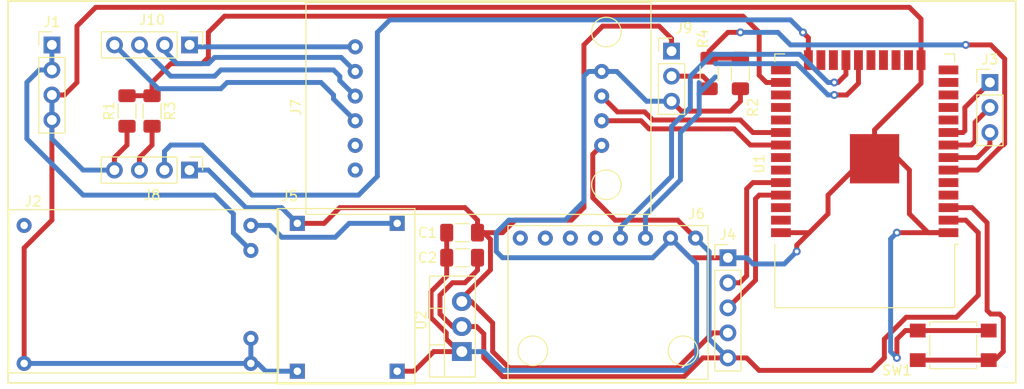
<source format=kicad_pcb>
(kicad_pcb (version 20211014) (generator pcbnew)
  (layers (0 "F.Cu" signal) (31 "B.Cu" signal) (34 "B.Paste" user) (35 "F.Paste" user) (36 "B.SilkS" user "B.Silkscreen") (37 "F.SilkS" user "F.Silkscreen") (38 "B.Mask" user) (39 "F.Mask" user) (44 "Edge.Cuts" user))
  (net 0 "")
  (net 1 "4056OUT-")
  (net 2 "US_ECHO")
  (net 3 "VEL_PULSE")
  (net 4 "Net-(J8-Pad3)")
  (net 5 "Net-(J9-Pad2)")
  (net 6 "3.3Reg")
  (net 18 "MPU_SCL")
  (net 19 "MPU_SDA")
  (net 22 "US_TRIGGER")
  (net 27 "LC_SCK")
  (net 28 "LC_DT")
  (net 31 "Net-(J4-Pad3)")
  (net 34 "Boost5V")
  (net 35 "LC_E+")
  (net 36 "LC_E-")
  (net 37 "LC_A+")
  (net 38 "LC_A-")
  (net 39 "4056OUT+")
  (net 40 "USB+")
  (net 41 "Battery(+)")
  (net 42 "Net-(J3-Pad1)")
  (net 43 "Net-(U1-Pad8)")
  (net 44 "Net-(U1-Pad7)")
  (net 45 "Net-(U1-Pad34)")
  (net 46 "Net-(U1-Pad3)")
  (footprint "Connector_PinHeader_2.54mm:PinHeader_1x04_P2.54mm_Vertical" (layer "F.Cu") (at 71.12 125.73 -90)
    (fp_text reference "J10" (at -2.54 3.81 180) (layer "F.SilkS"))
    (fp_text value "LOADCELL")
    (fp_line (start -1.33 0) (end -1.33 -1.33) (layer "F.SilkS") (width 0.12))
    (fp_line (start -1.33 1.27) (end 1.33 1.27) (layer "F.SilkS") (width 0.12))
    (fp_line (start -1.33 1.27) (end -1.33 8.95) (layer "F.SilkS") (width 0.12))
    (fp_line (start 1.33 1.27) (end 1.33 8.95) (layer "F.SilkS") (width 0.12))
    (fp_line (start -1.33 -1.33) (end 0 -1.33) (layer "F.SilkS") (width 0.12))
    (fp_line (start -1.33 8.95) (end 1.33 8.95) (layer "F.SilkS") (width 0.12))
    (pad "1" thru_hole rect (at 0 0 270) (size 1.7 1.7) (drill 1) (layers *.Cu *.Mask) (net 35 "LC_E+"))
    (pad "2" thru_hole oval (at 0 2.54 270) (size 1.7 1.7) (drill 1) (layers *.Cu *.Mask) (net 36 "LC_E-"))
    (pad "3" thru_hole oval (at 0 5.08 270) (size 1.7 1.7) (drill 1) (layers *.Cu *.Mask) (net 37 "LC_A+"))
    (pad "4" thru_hole oval (at 0 7.62 270) (size 1.7 1.7) (drill 1) (layers *.Cu *.Mask) (net 38 "LC_A-"))
  )
  (footprint "Connector_PinHeader_2.54mm:PinHeader_1x04_P2.54mm_Vertical" (layer "F.Cu") (at 71.11 138.43 -90)
    (fp_text reference "J8" (at 2.54 3.8 180) (layer "F.SilkS"))
    (fp_text value "HC-SR04")
    (fp_line (start -1.33 0) (end -1.33 -1.33) (layer "F.SilkS") (width 0.12))
    (fp_line (start -1.33 -1.33) (end 0 -1.33) (layer "F.SilkS") (width 0.12))
    (fp_line (start 1.33 1.27) (end 1.33 8.95) (layer "F.SilkS") (width 0.12))
    (fp_line (start -1.33 1.27) (end -1.33 8.95) (layer "F.SilkS") (width 0.12))
    (fp_line (start -1.33 1.27) (end 1.33 1.27) (layer "F.SilkS") (width 0.12))
    (fp_line (start -1.33 8.95) (end 1.33 8.95) (layer "F.SilkS") (width 0.12))
    (pad "1" thru_hole rect (at 0 0 270) (size 1.7 1.7) (drill 1) (layers *.Cu *.Mask) (net 34 "Boost5V"))
    (pad "2" thru_hole oval (at 0 2.54 270) (size 1.7 1.7) (drill 1) (layers *.Cu *.Mask) (net 22 "US_TRIGGER"))
    (pad "3" thru_hole oval (at 0 5.08 270) (size 1.7 1.7) (drill 1) (layers *.Cu *.Mask) (net 4 "Net-(J8-Pad3)"))
    (pad "4" thru_hole oval (at 0 7.62 270) (size 1.7 1.7) (drill 1) (layers *.Cu *.Mask) (net 1 "4056OUT-"))
  )
  (footprint "Connector_PinHeader_2.54mm:PinHeader_1x05_P2.54mm_Vertical" (layer "F.Cu") (at 125.73 147.325)
    (fp_text reference "J4" (at 0 -2.33) (layer "F.SilkS"))
    (fp_text value "UART2TTL Bridge")
    (fp_line (start 1.33 1.27) (end 1.33 11.49) (layer "F.SilkS") (width 0.12))
    (fp_line (start -1.33 1.27) (end 1.33 1.27) (layer "F.SilkS") (width 0.12))
    (fp_line (start -1.33 -1.33) (end 0 -1.33) (layer "F.SilkS") (width 0.12))
    (fp_line (start -1.33 0) (end -1.33 -1.33) (layer "F.SilkS") (width 0.12))
    (fp_line (start -1.33 11.49) (end 1.33 11.49) (layer "F.SilkS") (width 0.12))
    (fp_line (start -1.33 1.27) (end -1.33 11.49) (layer "F.SilkS") (width 0.12))
    (pad "1" thru_hole rect (at 0 0) (size 1.7 1.7) (drill 1) (layers *.Cu *.Mask) (net 1 "4056OUT-"))
    (pad "2" thru_hole oval (at 0 2.54) (size 1.7 1.7) (drill 1) (layers *.Cu *.Mask) (net 45 "Net-(U1-Pad34)"))
    (pad "3" thru_hole oval (at 0 5.08) (size 1.7 1.7) (drill 1) (layers *.Cu *.Mask) (net 31 "Net-(J4-Pad3)"))
    (pad "4" thru_hole oval (at 0 7.62) (size 1.7 1.7) (drill 1) (layers *.Cu *.Mask) (net 34 "Boost5V"))
    (pad "5" thru_hole oval (at 0 10.16) (size 1.7 1.7) (drill 1) (layers *.Cu *.Mask) (net 6 "3.3Reg"))
  )
  (footprint "Resistor_SMD:R_1206_3216Metric_Pad1.30x1.75mm_HandSolder" (layer "F.Cu") (at 127 128.625 90)
    (fp_text reference "R2" (at -3.455 1.27 90) (layer "F.SilkS"))
    (fp_text value "1k")
    (fp_line (start -0.727064 0.91) (end 0.727064 0.91) (layer "F.SilkS") (width 0.12))
    (fp_line (start -0.727064 -0.91) (end 0.727064 -0.91) (layer "F.SilkS") (width 0.12))
    (pad "1" smd roundrect (at -1.55 0 90) (size 1.3 1.75) (layers "F.Cu" "F.Paste" "F.Mask") (roundrect_rratio 0.1923076923) (net 1 "4056OUT-"))
    (pad "2" smd roundrect (at 1.55 0 90) (size 1.3 1.75) (layers "F.Cu" "F.Paste" "F.Mask") (roundrect_rratio 0.1923076923) (net 3 "VEL_PULSE"))
  )
  (footprint "Capacitor_SMD:C_1206_3216Metric_Pad1.33x1.80mm_HandSolder" (layer "F.Cu") (at 98.7675 147.32 180)
    (fp_text reference "C2" (at 3.5175 0) (layer "F.SilkS"))
    (fp_text value "CP1_Small")
    (fp_line (start -0.711252 0.91) (end 0.711252 0.91) (layer "F.SilkS") (width 0.12))
    (fp_line (start -0.711252 -0.91) (end 0.711252 -0.91) (layer "F.SilkS") (width 0.12))
    (pad "1" smd roundrect (at -1.5625 0 180) (size 1.325 1.8) (layers "F.Cu" "F.Paste" "F.Mask") (roundrect_rratio 0.1886792453) (net 6 "3.3Reg"))
    (pad "2" smd roundrect (at 1.5625 0 180) (size 1.325 1.8) (layers "F.Cu" "F.Paste" "F.Mask") (roundrect_rratio 0.1886792453) (net 1 "4056OUT-"))
  )
  (footprint "Miscelaneos:MPU 6050 Module" (layer "F.Cu") (at 123.72 144.06 -90)
    (fp_text reference "J6" (at -1.185 1.165 unlocked) (layer "F.SilkS"))
    (fp_text value "MPU6050")
    (fp_rect (start 0 0) (end 15.6 20.3) (layer "F.SilkS") (width 0.12) (fill none))
    (fp_circle (center 12.7 17.78) (end 14.2 17.78) (layer "F.SilkS") (width 0.12) (fill none))
    (fp_circle (center 12.7 2.54) (end 14.2 2.54) (layer "F.SilkS") (width 0.12) (fill none))
    (pad "1" thru_hole circle (at 1.27 1.27 270) (size 1.524 1.524) (drill 0.762) (layers *.Cu *.Mask) (net 6 "3.3Reg"))
    (pad "2" thru_hole circle (at 1.27 3.81 270) (size 1.524 1.524) (drill 0.762) (layers *.Cu *.Mask) (net 1 "4056OUT-"))
    (pad "3" thru_hole circle (at 1.27 6.35 270) (size 1.524 1.524) (drill 0.762) (layers *.Cu *.Mask) (net 18 "MPU_SCL"))
    (pad "4" thru_hole circle (at 1.27 8.89 270) (size 1.524 1.524) (drill 0.762) (layers *.Cu *.Mask) (net 19 "MPU_SDA"))
    (pad "5" thru_hole circle (at 1.27 11.43 270) (size 1.524 1.524) (drill 0.762) (layers *.Cu *.Mask))
    (pad "6" thru_hole circle (at 1.27 13.97 270) (size 1.524 1.524) (drill 0.762) (layers *.Cu *.Mask))
    (pad "7" thru_hole circle (at 1.27 16.51 270) (size 1.524 1.524) (drill 0.762) (layers *.Cu *.Mask))
    (pad "8" thru_hole circle (at 1.27 19.05 270) (size 1.524 1.524) (drill 0.762) (layers *.Cu *.Mask))
  )
  (footprint "Resistor_SMD:R_1206_3216Metric_Pad1.30x1.75mm_HandSolder" (layer "F.Cu") (at 123.825 128.625 -90)
    (fp_text reference "R4" (at -3.53 0.635 -90) (layer "F.SilkS"))
    (fp_text value "330")
    (fp_line (start -0.727064 0.91) (end 0.727064 0.91) (layer "F.SilkS") (width 0.12))
    (fp_line (start -0.727064 -0.91) (end 0.727064 -0.91) (layer "F.SilkS") (width 0.12))
    (pad "1" smd roundrect (at -1.55 0 270) (size 1.3 1.75) (layers "F.Cu" "F.Paste" "F.Mask") (roundrect_rratio 0.1923076923) (net 3 "VEL_PULSE"))
    (pad "2" smd roundrect (at 1.55 0 270) (size 1.3 1.75) (layers "F.Cu" "F.Paste" "F.Mask") (roundrect_rratio 0.1923076923) (net 5 "Net-(J9-Pad2)"))
  )
  (footprint "Button_Switch_SMD:SW_SPST_TL3305B" (layer "F.Cu") (at 148.59 156.21)
    (fp_text reference "SW1" (at -5.715 2.54) (layer "F.SilkS"))
    (fp_text value "SW_Enable")
    (fp_line (start 2.37 2.37) (end 2.37 1.97) (layer "F.SilkS") (width 0.12))
    (fp_line (start -2.37 2.37) (end 2.37 2.37) (layer "F.SilkS") (width 0.12))
    (fp_line (start -2.37 -2.37) (end 2.37 -2.37) (layer "F.SilkS") (width 0.12))
    (fp_line (start -2.37 -2.37) (end -2.37 -1.97) (layer "F.SilkS") (width 0.12))
    (fp_line (start -2.37 1.03) (end -2.37 -1.03) (layer "F.SilkS") (width 0.12))
    (fp_line (start 2.37 -2.37) (end 2.37 -1.97) (layer "F.SilkS") (width 0.12))
    (fp_line (start 2.37 1.03) (end 2.37 -1.03) (layer "F.SilkS") (width 0.12))
    (fp_line (start -2.37 2.37) (end -2.37 1.97) (layer "F.SilkS") (width 0.12))
    (pad "1" smd rect (at -3.6 -1.5) (size 1.6 1.4) (layers "F.Cu" "F.Paste" "F.Mask") (net 1 "4056OUT-"))
    (pad "1" smd rect (at 3.6 -1.5) (size 1.6 1.4) (layers "F.Cu" "F.Paste" "F.Mask") (net 1 "4056OUT-"))
    (pad "2" smd rect (at 3.6 1.5) (size 1.6 1.4) (layers "F.Cu" "F.Paste" "F.Mask") (net 46 "Net-(U1-Pad3)"))
    (pad "2" smd rect (at -3.6 1.5) (size 1.6 1.4) (layers "F.Cu" "F.Paste" "F.Mask") (net 46 "Net-(U1-Pad3)"))
  )
  (footprint "Connector_PinHeader_2.54mm:PinHeader_1x04_P2.54mm_Vertical" (layer "F.Cu") (at 57.15 125.73)
    (fp_text reference "J1" (at 0 -2.33) (layer "F.SilkS"))
    (fp_text value "Battery Pins")
    (fp_line (start -1.33 1.27) (end 1.33 1.27) (layer "F.SilkS") (width 0.12))
    (fp_line (start -1.33 8.95) (end 1.33 8.95) (layer "F.SilkS") (width 0.12))
    (fp_line (start -1.33 0) (end -1.33 -1.33) (layer "F.SilkS") (width 0.12))
    (fp_line (start -1.33 1.27) (end -1.33 8.95) (layer "F.SilkS") (width 0.12))
    (fp_line (start 1.33 1.27) (end 1.33 8.95) (layer "F.SilkS") (width 0.12))
    (fp_line (start -1.33 -1.33) (end 0 -1.33) (layer "F.SilkS") (width 0.12))
    (pad "1" thru_hole rect (at 0 0) (size 1.7 1.7) (drill 1) (layers *.Cu *.Mask) (net 41 "Battery(+)"))
    (pad "2" thru_hole oval (at 0 2.54) (size 1.7 1.7) (drill 1) (layers *.Cu *.Mask) (net 41 "Battery(+)"))
    (pad "3" thru_hole oval (at 0 5.08) (size 1.7 1.7) (drill 1) (layers *.Cu *.Mask) (net 1 "4056OUT-"))
    (pad "4" thru_hole oval (at 0 7.62) (size 1.7 1.7) (drill 1) (layers *.Cu *.Mask) (net 1 "4056OUT-"))
  )
  (footprint "Capacitor_SMD:C_1206_3216Metric_Pad1.33x1.80mm_HandSolder" (layer "F.Cu") (at 98.7675 144.78 180)
    (fp_text reference "C1" (at 3.5175 0) (layer "F.SilkS"))
    (fp_text value "CP1_Small")
    (fp_line (start -0.711252 -0.91) (end 0.711252 -0.91) (layer "F.SilkS") (width 0.12))
    (fp_line (start -0.711252 0.91) (end 0.711252 0.91) (layer "F.SilkS") (width 0.12))
    (pad "1" smd roundrect (at -1.5625 0 180) (size 1.325 1.8) (layers "F.Cu" "F.Paste" "F.Mask") (roundrect_rratio 0.1886792453) (net 34 "Boost5V"))
    (pad "2" smd roundrect (at 1.5625 0 180) (size 1.325 1.8) (layers "F.Cu" "F.Paste" "F.Mask") (roundrect_rratio 0.1886792453) (net 1 "4056OUT-"))
  )
  (footprint "RF_Module:ESP32-WROOM-32" (layer "F.Cu") (at 139.610244 136.525 180)
    (fp_text reference "U1" (at 10.705244 -1.27 90) (layer "F.SilkS"))
    (fp_text value "ESP32-WROOM-32")
    (fp_line (start -9.12 9.88) (end -8.12 9.88) (layer "F.SilkS") (width 0.12))
    (fp_line (start -9.12 -9.445) (end -9.5 -9.445) (layer "F.SilkS") (width 0.12))
    (fp_line (start 9.12 9.1) (end 9.12 9.88) (layer "F.SilkS") (width 0.12))
    (fp_line (start 9.12 9.88) (end 8.12 9.88) (layer "F.SilkS") (width 0.12))
    (fp_line (start -9.12 9.1) (end -9.12 9.88) (layer "F.SilkS") (width 0.12))
    (fp_line (start -9.12 -15.865) (end -9.12 -9.445) (layer "F.SilkS") (width 0.12))
    (fp_line (start -9.12 -15.865) (end 9.12 -15.865) (layer "F.SilkS") (width 0.12))
    (fp_line (start 9.12 -15.865) (end 9.12 -9.445) (layer "F.SilkS") (width 0.12))
    (pad "1" smd rect (at -8.5 -8.255 180) (size 2 0.9) (layers "F.Cu" "F.Paste" "F.Mask") (net 1 "4056OUT-"))
    (pad "2" smd rect (at -8.5 -6.985 180) (size 2 0.9) (layers "F.Cu" "F.Paste" "F.Mask") (net 6 "3.3Reg"))
    (pad "3" smd rect (at -8.5 -5.715 180) (size 2 0.9) (layers "F.Cu" "F.Paste" "F.Mask") (net 46 "Net-(U1-Pad3)"))
    (pad "4" smd rect (at -8.5 -4.445 180) (size 2 0.9) (layers "F.Cu" "F.Paste" "F.Mask"))
    (pad "5" smd rect (at -8.5 -3.175 180) (size 2 0.9) (layers "F.Cu" "F.Paste" "F.Mask"))
    (pad "6" smd rect (at -8.5 -1.905 180) (size 2 0.9) (layers "F.Cu" "F.Paste" "F.Mask") (net 3 "VEL_PULSE"))
    (pad "7" smd rect (at -8.5 -0.635 180) (size 2 0.9) (layers "F.Cu" "F.Paste" "F.Mask") (net 44 "Net-(U1-Pad7)"))
    (pad "8" smd rect (at -8.5 0.635 180) (size 2 0.9) (layers "F.Cu" "F.Paste" "F.Mask") (net 43 "Net-(U1-Pad8)"))
    (pad "9" smd rect (at -8.5 1.905 180) (size 2 0.9) (layers "F.Cu" "F.Paste" "F.Mask") (net 42 "Net-(J3-Pad1)"))
    (pad "10" smd rect (at -8.5 3.175 180) (size 2 0.9) (layers "F.Cu" "F.Paste" "F.Mask"))
    (pad "11" smd rect (at -8.5 4.445 180) (size 2 0.9) (layers "F.Cu" "F.Paste" "F.Mask"))
    (pad "12" smd rect (at -8.5 5.715 180) (size 2 0.9) (layers "F.Cu" "F.Paste" "F.Mask"))
    (pad "13" smd rect (at -8.5 6.985 180) (size 2 0.9) (layers "F.Cu" "F.Paste" "F.Mask"))
    (pad "14" smd rect (at -8.5 8.255 180) (size 2 0.9) (layers "F.Cu" "F.Paste" "F.Mask"))
    (pad "15" smd rect (at -5.715 9.255 270) (size 2 0.9) (layers "F.Cu" "F.Paste" "F.Mask") (net 1 "4056OUT-"))
    (pad "16" smd rect (at -4.445 9.255 270) (size 2 0.9) (layers "F.Cu" "F.Paste" "F.Mask"))
    (pad "17" smd rect (at -3.175 9.255 270) (size 2 0.9) (layers "F.Cu" "F.Paste" "F.Mask"))
    (pad "18" smd rect (at -1.905 9.255 270) (size 2 0.9) (layers "F.Cu" "F.Paste" "F.Mask"))
    (pad "19" smd rect (at -0.635 9.255 270) (size 2 0.9) (layers "F.Cu" "F.Paste" "F.Mask"))
    (pad "20" smd rect (at 0.635 9.255 270) (size 2 0.9) (layers "F.Cu" "F.Paste" "F.Mask") (net 18 "MPU_SCL"))
    (pad "21" smd rect (at 1.905 9.255 270) (size 2 0.9) (layers "F.Cu" "F.Paste" "F.Mask") (net 19 "MPU_SDA"))
    (pad "22" smd rect (at 3.175 9.255 270) (size 2 0.9) (layers "F.Cu" "F.Paste" "F.Mask"))
    (pad "23" smd rect (at 4.445 9.255 270) (size 2 0.9) (layers "F.Cu" "F.Paste" "F.Mask"))
    (pad "24" smd rect (at 5.715 9.255 270) (size 2 0.9) (layers "F.Cu" "F.Paste" "F.Mask") (net 22 "US_TRIGGER"))
    (pad "25" smd rect (at 8.5 8.255 180) (size 2 0.9) (layers "F.Cu" "F.Paste" "F.Mask"))
    (pad "26" smd rect (at 8.5 6.985 180) (size 2 0.9) (layers "F.Cu" "F.Paste" "F.Mask") (net 2 "US_ECHO"))
    (pad "27" smd rect (at 8.5 5.715 180) (size 2 0.9) (layers "F.Cu" "F.Paste" "F.Mask"))
    (pad "28" smd rect (at 8.5 4.445 180) (size 2 0.9) (layers "F.Cu" "F.Paste" "F.Mask"))
    (pad "29" smd rect (at 8.5 3.175 180) (size 2 0.9) (layers "F.Cu" "F.Paste" "F.Mask"))
    (pad "30" smd rect (at 8.5 1.905 180) (size 2 0.9) (layers "F.Cu" "F.Paste" "F.Mask") (net 28 "LC_DT"))
    (pad "31" smd rect (at 8.5 0.635 180) (size 2 0.9) (layers "F.Cu" "F.Paste" "F.Mask") (net 27 "LC_SCK"))
    (pad "32" smd rect (at 8.5 -0.635 180) (size 2 0.9) (layers "F.Cu" "F.Paste" "F.Mask"))
    (pad "33" smd rect (at 8.5 -1.905 180) (size 2 0.9) (layers "F.Cu" "F.Paste" "F.Mask"))
    (pad "34" smd rect (at 8.5 -3.175 180) (size 2 0.9) (layers "F.Cu" "F.Paste" "F.Mask") (net 45 "Net-(U1-Pad34)"))
    (pad "35" smd rect (at 8.5 -4.445 180) (size 2 0.9) (layers "F.Cu" "F.Paste" "F.Mask") (net 31 "Net-(J4-Pad3)"))
    (pad "36" smd rect (at 8.5 -5.715 180) (size 2 0.9) (layers "F.Cu" "F.Paste" "F.Mask"))
    (pad "37" smd rect (at 8.5 -6.985 180) (size 2 0.9) (layers "F.Cu" "F.Paste" "F.Mask"))
    (pad "38" smd rect (at 8.5 -8.255 180) (size 2 0.9) (layers "F.Cu" "F.Paste" "F.Mask") (net 1 "4056OUT-"))
    (pad "39" smd rect (at -1 -0.755 180) (size 5 5) (layers "F.Cu" "F.Paste" "F.Mask") (net 1 "4056OUT-"))
  )
  (footprint "Miscelaneos:HX711 Loadcell ADC" (layer "F.Cu") (at 82.925 121.425)
    (fp_text reference "J7" (at -1.01 10.655 90 unlocked) (layer "F.SilkS"))
    (fp_text value "HX711")
    (fp_rect (start 0 0) (end 35 21.5) (layer "F.SilkS") (width 0.12) (fill none))
    (fp_circle (center 30.48 3) (end 31.98 3) (layer "F.SilkS") (width 0.12) (fill none))
    (fp_circle (center 30.48 18.5) (end 31.98 18.5) (layer "F.SilkS") (width 0.12) (fill none))
    (pad "1" thru_hole circle (at 5 4.5) (size 1.524 1.524) (drill 0.762) (layers *.Cu *.Mask) (net 35 "LC_E+"))
    (pad "2" thru_hole circle (at 5 7) (size 1.524 1.524) (drill 0.762) (layers *.Cu *.Mask) (net 36 "LC_E-"))
    (pad "3" thru_hole circle (at 5 9.5) (size 1.524 1.524) (drill 0.762) (layers *.Cu *.Mask) (net 37 "LC_A+"))
    (pad "4" thru_hole circle (at 5 12) (size 1.524 1.524) (drill 0.762) (layers *.Cu *.Mask) (net 38 "LC_A-"))
    (pad "5" thru_hole circle (at 30 14.5) (size 1.524 1.524) (drill 0.762) (layers *.Cu *.Mask) (net 6 "3.3Reg"))
    (pad "6" thru_hole circle (at 30 7) (size 1.524 1.524) (drill 0.762) (layers *.Cu *.Mask) (net 1 "4056OUT-"))
    (pad "7" thru_hole circle (at 30 12) (size 1.524 1.524) (drill 0.762) (layers *.Cu *.Mask) (net 27 "LC_SCK"))
    (pad "8" thru_hole circle (at 30 9.5) (size 1.524 1.524) (drill 0.762) (layers *.Cu *.Mask) (net 28 "LC_DT"))
    (pad "x" thru_hole circle (at 5 14.5) (size 1.524 1.524) (drill 0.762) (layers *.Cu *.Mask))
    (pad "x" thru_hole circle (at 5 17) (size 1.524 1.524) (drill 0.762) (layers *.Cu *.Mask))
  )
  (footprint "Miscelaneos:5-12V BoostConverter" (layer "F.Cu") (at 93.98 142.335 -90)
    (fp_text reference "J5" (at -1.27 12.7 unlocked) (layer "F.SilkS"))
    (fp_text value "BoostConverter")
    (fp_rect (start 0 0) (end 17.78 13.97) (layer "F.SilkS") (width 0.12) (fill none))
    (pad "1" thru_hole rect (at 1.5 1.8 270) (size 1.524 1.524) (drill 0.762) (layers *.Cu *.Mask) (net 39 "4056OUT+"))
    (pad "2" thru_hole rect (at 16.5 1.8 270) (size 1.524 1.524) (drill 0.762) (layers *.Cu *.Mask) (net 1 "4056OUT-"))
    (pad "3" thru_hole rect (at 1.5 11.93 270) (size 1.524 1.524) (drill 0.762) (layers *.Cu *.Mask) (net 34 "Boost5V"))
    (pad "4" thru_hole rect (at 16.5 11.93 270) (size 1.524 1.524) (drill 0.762) (layers *.Cu *.Mask) (net 1 "4056OUT-"))
  )
  (footprint "Miscelaneos:18650 TP4056 Module" (layer "F.Cu") (at 52.135 137.725)
    (fp_text reference "J2" (at 3.11 3.88 unlocked) (layer "F.SilkS"))
    (fp_text value "TP4056 Module")
    (fp_rect (start 0.635 21.285) (end 28 4.72) (layer "F.SilkS") (width 0.12) (fill none))
    (pad "1" thru_hole circle (at 25.2 8.86) (size 1.524 1.524) (drill 0.762) (layers *.Cu *.Mask) (net 41 "Battery(+)"))
    (pad "2" thru_hole circle (at 25.2 17.78) (size 1.524 1.524) (drill 0.762) (layers *.Cu *.Mask) (net 1 "4056OUT-"))
    (pad "3" thru_hole circle (at 25.2 6.32) (size 1.524 1.524) (drill 0.762) (layers *.Cu *.Mask) (net 39 "4056OUT+"))
    (pad "4" thru_hole circle (at 2.2 6.32) (size 1.524 1.524) (drill 0.762) (layers *.Cu *.Mask) (net 40 "USB+"))
    (pad "5" thru_hole circle (at 25.2 20.32) (size 1.524 1.524) (drill 0.762) (layers *.Cu *.Mask) (net 1 "4056OUT-"))
    (pad "6" thru_hole circle (at 2.2 20.32) (size 1.524 1.524) (drill 0.762) (layers *.Cu *.Mask) (net 1 "4056OUT-"))
  )
  (footprint "Package_TO_SOT_THT:TO-220-3_Vertical" (layer "F.Cu") (at 98.735 156.845 90)
    (fp_text reference "U2" (at 3.175 -4.12 90) (layer "F.SilkS"))
    (fp_text value "LM1117-3.3")
    (fp_line (start -2.58 -3.27) (end 7.66 -3.27) (layer "F.SilkS") (width 0.12))
    (fp_line (start 0.69 -3.27) (end 0.69 -1.76) (layer "F.SilkS") (width 0.12))
    (fp_line (start -2.58 -1.76) (end 7.66 -1.76) (layer "F.SilkS") (width 0.12))
    (fp_line (start 7.66 -3.27) (end 7.66 1.371) (layer "F.SilkS") (width 0.12))
    (fp_line (start -2.58 -3.27) (end -2.58 1.371) (layer "F.SilkS") (width 0.12))
    (fp_line (start -2.58 1.371) (end 7.66 1.371) (layer "F.SilkS") (width 0.12))
    (fp_line (start 4.391 -3.27) (end 4.391 -1.76) (layer "F.SilkS") (width 0.12))
    (pad "1" thru_hole rect (at 0 0 90) (size 1.905 2) (drill 1.1) (layers *.Cu *.Mask) (net 1 "4056OUT-"))
    (pad "2" thru_hole oval (at 2.54 0 90) (size 1.905 2) (drill 1.1) (layers *.Cu *.Mask) (net 6 "3.3Reg"))
    (pad "3" thru_hole oval (at 5.08 0 90) (size 1.905 2) (drill 1.1) (layers *.Cu *.Mask) (net 34 "Boost5V"))
  )
  (footprint "Connector_PinHeader_2.54mm:PinHeader_1x03_P2.54mm_Vertical" (layer "F.Cu") (at 152.310244 129.54)
    (fp_text reference "J3" (at 0 -2.33) (layer "F.SilkS"))
    (fp_text value "Reserve IO's")
    (fp_line (start -1.33 0) (end -1.33 -1.33) (layer "F.SilkS") (width 0.12))
    (fp_line (start -1.33 -1.33) (end 0 -1.33) (layer "F.SilkS") (width 0.12))
    (fp_line (start -1.33 1.27) (end 1.33 1.27) (layer "F.SilkS") (width 0.12))
    (fp_line (start 1.33 1.27) (end 1.33 6.41) (layer "F.SilkS") (width 0.12))
    (fp_line (start -1.33 6.41) (end 1.33 6.41) (layer "F.SilkS") (width 0.12))
    (fp_line (start -1.33 1.27) (end -1.33 6.41) (layer "F.SilkS") (width 0.12))
    (pad "1" thru_hole rect (at 0 0) (size 1.7 1.7) (drill 1) (layers *.Cu *.Mask) (net 42 "Net-(J3-Pad1)"))
    (pad "2" thru_hole oval (at 0 2.54) (size 1.7 1.7) (drill 1) (layers *.Cu *.Mask) (net 43 "Net-(U1-Pad8)"))
    (pad "3" thru_hole oval (at 0 5.08) (size 1.7 1.7) (drill 1) (layers *.Cu *.Mask) (net 44 "Net-(U1-Pad7)"))
  )
  (footprint "Resistor_SMD:R_1206_3216Metric_Pad1.30x1.75mm_HandSolder" (layer "F.Cu") (at 64.77 132.435 90)
    (fp_text reference "R1" (at 0 -1.82 90) (layer "F.SilkS"))
    (fp_text value "1k")
    (fp_line (start -0.727064 0.91) (end 0.727064 0.91) (layer "F.SilkS") (width 0.12))
    (fp_line (start -0.727064 -0.91) (end 0.727064 -0.91) (layer "F.SilkS") (width 0.12))
    (pad "1" smd roundrect (at -1.55 0 90) (size 1.3 1.75) (layers "F.Cu" "F.Paste" "F.Mask") (roundrect_rratio 0.1923076923) (net 1 "4056OUT-"))
    (pad "2" smd roundrect (at 1.55 0 90) (size 1.3 1.75) (layers "F.Cu" "F.Paste" "F.Mask") (roundrect_rratio 0.1923076923) (net 2 "US_ECHO"))
  )
  (footprint "Connector_PinHeader_2.54mm:PinHeader_1x03_P2.54mm_Vertical" (layer "F.Cu") (at 120.015 126.365)
    (fp_text reference "J9" (at 1.27 -2.33) (layer "F.SilkS"))
    (fp_text value "FOTOELECTRIC_ENCODER")
    (fp_line (start -1.33 1.27) (end 1.33 1.27) (layer "F.SilkS") (width 0.12))
    (fp_line (start -1.33 0) (end -1.33 -1.33) (layer "F.SilkS") (width 0.12))
    (fp_line (start -1.33 1.27) (end -1.33 6.41) (layer "F.SilkS") (width 0.12))
    (fp_line (start -1.33 -1.33) (end 0 -1.33) (layer "F.SilkS") (width 0.12))
    (fp_line (start -1.33 6.41) (end 1.33 6.41) (layer "F.SilkS") (width 0.12))
    (fp_line (start 1.33 1.27) (end 1.33 6.41) (layer "F.SilkS") (width 0.12))
    (pad "1" thru_hole rect (at 0 0) (size 1.7 1.7) (drill 1) (layers *.Cu *.Mask) (net 34 "Boost5V"))
    (pad "2" thru_hole oval (at 0 2.54) (size 1.7 1.7) (drill 1) (layers *.Cu *.Mask) (net 5 "Net-(J9-Pad2)"))
    (pad "3" thru_hole oval (at 0 5.08) (size 1.7 1.7) (drill 1) (layers *.Cu *.Mask) (net 1 "4056OUT-"))
  )
  (footprint "Resistor_SMD:R_1206_3216Metric_Pad1.30x1.75mm_HandSolder" (layer "F.Cu") (at 67.31 132.435 -90)
    (fp_text reference "R3" (at 0 -1.82 -90) (layer "F.SilkS"))
    (fp_text value "330")
    (fp_line (start -0.727064 0.91) (end 0.727064 0.91) (layer "F.SilkS") (width 0.12))
    (fp_line (start -0.727064 -0.91) (end 0.727064 -0.91) (layer "F.SilkS") (width 0.12))
    (pad "1" smd roundrect (at -1.55 0 270) (size 1.3 1.75) (layers "F.Cu" "F.Paste" "F.Mask") (roundrect_rratio 0.1923076923) (net 2 "US_ECHO"))
    (pad "2" smd roundrect (at 1.55 0 270) (size 1.3 1.75) (layers "F.Cu" "F.Paste" "F.Mask") (roundrect_rratio 0.1923076923) (net 4 "Net-(J8-Pad3)"))
  )
  (gr_rect (start 52.705 160.02) (end 154.94 121.285) (layer "F.SilkS") (width 0.15) (fill none))
  (segment (start 97.155 155.575) (end 98.425 156.845) (width 0.5) (layer "F.Cu") (net 1))
  (segment (start 120.015 131.445) (end 121.02048 132.45048) (width 0.5) (layer "F.Cu") (net 1))
  (segment (start 97.205 147.32) (end 97.205 144.78) (width 0.5) (layer "F.Cu") (net 1))
  (segment (start 95.62048 153.407594) (end 97.155 154.942113) (width 0.5) (layer "F.Cu") (net 1))
  (segment (start 148.110244 144.78) (end 146.05 144.78) (width 0.5) (layer "F.Cu") (net 1))
  (segment (start 95.885 156.845) (end 98.735 156.845) (width 0.5) (layer "F.Cu") (net 1))
  (segment (start 97.205 149.172886) (end 95.62048 150.757407) (width 0.5) (layer "F.Cu") (net 1))
  (segment (start 58.42 130.81) (end 59.69 129.54) (width 0.5) (layer "F.Cu") (net 1))
  (segment (start 145.325244 127.27) (end 145.325244 129.629756) (width 0.5) (layer "F.Cu") (net 1))
  (segment (start 135.89 140.97) (end 139.58 137.28) (width 0.5) (layer "F.Cu") (net 1))
  (segment (start 93.895 158.835) (end 95.885 156.845) (width 0.5) (layer "F.Cu") (net 1))
  (segment (start 144.145 138.43) (end 142.995 137.28) (width 0.5) (layer "F.Cu") (net 1))
  (segment (start 144.145 121.92) (end 145.325244 123.100244) (width 0.5) (layer "F.Cu") (net 1))
  (segment (start 121.02048 132.45048) (end 125.99452 132.45048) (width 0.5) (layer "F.Cu") (net 1))
  (segment (start 92.18 158.835) (end 93.895 158.835) (width 0.5) (layer "F.Cu") (net 1))
  (segment (start 133.985 144.78) (end 132.715 146.05) (width 0.5) (layer "F.Cu") (net 1))
  (segment (start 144.145 142.875) (end 144.145 138.43) (width 0.5) (layer "F.Cu") (net 1))
  (segment (start 63.49 137.17) (end 64.77 135.89) (width 0.5) (layer "F.Cu") (net 1))
  (segment (start 146.05 144.78) (end 144.145 142.875) (width 0.5) (layer "F.Cu") (net 1))
  (segment (start 143.742114 154.71) (end 142.876057 155.576057) (width 0.5) (layer "F.Cu") (net 1))
  (segment (start 63.49 138.43) (end 63.49 137.17) (width 0.5) (layer "F.Cu") (net 1))
  (segment (start 125.99452 132.45048) (end 127 131.445) (width 0.5) (layer "F.Cu") (net 1))
  (segment (start 97.155 154.942113) (end 97.155 155.575) (width 0.5) (layer "F.Cu") (net 1))
  (segment (start 59.69 129.54) (end 59.69 123.825) (width 0.5) (layer "F.Cu") (net 1))
  (segment (start 144.99 154.71) (end 152.19 154.71) (width 0.5) (layer "F.Cu") (net 1))
  (segment (start 97.205 147.32) (end 97.205 149.172886) (width 0.5) (layer "F.Cu") (net 1))
  (segment (start 133.985 144.78) (end 135.89 142.875) (width 0.5) (layer "F.Cu") (net 1))
  (segment (start 59.69 123.825) (end 61.595 121.92) (width 0.5) (layer "F.Cu") (net 1))
  (segment (start 131.110244 144.78) (end 133.985 144.78) (width 0.5) (layer "F.Cu") (net 1))
  (segment (start 64.77 135.89) (end 64.77 133.985) (width 0.5) (layer "F.Cu") (net 1))
  (segment (start 54.335 146.325) (end 57.15 143.51) (width 0.5) (layer "F.Cu") (net 1))
  (segment (start 121.905 147.325) (end 119.91 145.33) (width 0.5) (layer "F.Cu") (net 1))
  (segment (start 57.15 130.81) (end 58.42 130.81) (width 0.5) (layer "F.Cu") (net 1))
  (segment (start 98.425 156.845) (end 98.735 156.845) (width 0.5) (layer "F.Cu") (net 1))
  (segment (start 54.335 158.045) (end 54.335 146.325) (width 0.5) (layer "F.Cu") (net 1))
  (segment (start 142.875 144.78) (end 148.110244 144.78) (width 0.5) (layer "F.Cu") (net 1))
  (segment (start 145.325244 129.629756) (end 140.610244 134.344756) (width 0.5) (layer "F.Cu") (net 1))
  (segment (start 142.876057 155.576057) (end 142.876057 157.481056) (width 0.5) (layer "F.Cu") (net 1))
  (segment (start 142.995 137.28) (end 140.610244 137.28) (width 0.5) (layer "F.Cu") (net 1))
  (segment (start 140.610244 134.344756) (end 140.610244 137.28) (width 0.5) (layer "F.Cu") (net 1))
  (segment (start 135.89 142.875) (end 135.89 140.97) (width 0.5) (layer "F.Cu") (net 1))
  (segment (start 125.73 147.325) (end 121.905 147.325) (width 0.5) (layer "F.Cu") (net 1))
  (segment (start 145.325244 123.100244) (end 145.325244 127.27) (width 0.5) (layer "F.Cu") (net 1))
  (segment (start 132.715 146.05) (end 132.715 146.685) (width 0.5) (layer "F.Cu") (net 1))
  (segment (start 139.58 137.28) (end 140.610244 137.28) (width 0.5) (layer "F.Cu") (net 1))
  (segment (start 61.595 121.92) (end 144.145 121.92) (width 0.5) (layer "F.Cu") (net 1))
  (segment (start 144.99 154.71) (end 143.742114 154.71) (width 0.5) (layer "F.Cu") (net 1))
  (segment (start 127 131.445) (end 127 130.175) (width 0.5) (layer "F.Cu") (net 1))
  (segment (start 95.62048 150.757407) (end 95.62048 153.407594) (width 0.5) (layer "F.Cu") (net 1))
  (segment (start 57.15 143.51) (end 57.15 133.35) (width 0.5) (layer "F.Cu") (net 1))
  (via (at 132.715 146.685) (size 0.8) (drill 0.4) (layers "F.Cu" "B.Cu") (net 1))
  (via (at 142.875 144.78) (size 0.8) (drill 0.4) (layers "F.Cu" "B.Cu") (net 1))
  (via (at 142.876057 157.481056) (size 0.8) (drill 0.4) (layers "F.Cu" "B.Cu") (net 1))
  (segment (start 131.445 147.955) (end 128.27 147.955) (width 0.5) (layer "B.Cu") (net 1))
  (segment (start 57.15 135.255) (end 60.325 138.43) (width 0.5) (layer "B.Cu") (net 1))
  (segment (start 103.505 143.51) (end 102.235 144.78) (width 0.5) (layer "B.Cu") (net 1))
  (segment (start 109.22 143.51) (end 103.505 143.51) (width 0.5) (layer "B.Cu") (net 1))
  (segment (start 57.15 132.09) (end 57.15 135.255) (width 0.5) (layer "B.Cu") (net 1))
  (segment (start 78.825 158.835) (end 82.05 158.835) (width 0.5) (layer "B.Cu") (net 1))
  (segment (start 114.455 128.425) (end 117.475 131.445) (width 0.5) (layer "B.Cu") (net 1))
  (segment (start 112.925 128.425) (end 111.605 128.425) (width 0.5) (layer "B.Cu") (net 1))
  (segment (start 119.91 145.33) (end 121.9 147.32) (width 0.5) (layer "B.Cu") (net 1))
  (segment (start 121.285 158.75) (end 102.87 158.75) (width 0.5) (layer "B.Cu") (net 1))
  (segment (start 128.27 147.955) (end 127.635 147.32) (width 0.5) (layer "B.Cu") (net 1))
  (segment (start 111.125 128.905) (end 111.125 141.605) (width 0.5) (layer "B.Cu") (net 1))
  (segment (start 121.92 147.32) (end 122.555 147.955) (width 0.5) (layer "B.Cu") (net 1))
  (segment (start 142.24 156.844999) (end 142.24 153.67) (width 0.5) (layer "B.Cu") (net 1))
  (segment (start 112.925 128.425) (end 114.455 128.425) (width 0.5) (layer "B.Cu") (net 1))
  (segment (start 57.15 130.81) (end 57.15 133.35) (width 0.5) (layer "B.Cu") (net 1))
  (segment (start 102.235 144.78) (end 102.235 146.685) (width 0.5) (layer "B.Cu") (net 1))
  (segment (start 60.325 138.43) (end 63.49 138.43) (width 0.5) (layer "B.Cu") (net 1))
  (segment (start 122.555 147.955) (end 122.555 157.48) (width 0.5) (layer "B.Cu") (net 1))
  (segment (start 142.24 145.415) (end 142.875 144.78) (width 0.5) (layer "B.Cu") (net 1))
  (segment (start 127.635 147.32) (end 127.63 147.325) (width 0.5) (layer "B.Cu") (net 1))
  (segment (start 119.91 145.52) (end 119.91 145.33) (width 0.5) (layer "B.Cu") (net 1))
  (segment (start 102.87 158.75) (end 100.965 156.845) (width 0.5) (layer "B.Cu") (net 1))
  (segment (start 142.876057 157.481056) (end 142.24 156.844999) (width 0.5) (layer "B.Cu") (net 1))
  (segment (start 77.335 158.045) (end 78.035 158.045) (width 0.5) (layer "B.Cu") (net 1))
  (segment (start 102.235 146.685) (end 102.87 147.32) (width 0.5) (layer "B.Cu") (net 1))
  (segment (start 54.335 158.045) (end 77.335 158.045) (width 0.5) (layer "B.Cu") (net 1))
  (segment (start 118.11 147.32) (end 119.91 145.52) (width 0.5) (layer "B.Cu") (net 1))
  (segment (start 127.63 147.325) (end 125.73 147.325) (width 0.5) (layer "B.Cu") (net 1))
  (segment (start 100.965 156.845) (end 98.735 156.845) (width 0.5) (layer "B.Cu") (net 1))
  (segment (start 117.475 131.445) (end 120.015 131.445) (width 0.5) (layer "B.Cu") (net 1))
  (segment (start 122.555 157.48) (end 121.285 158.75) (width 0.5) (layer "B.Cu") (net 1))
  (segment (start 111.125 141.605) (end 109.22 143.51) (width 0.5) (layer "B.Cu") (net 1))
  (segment (start 111.605 128.425) (end 111.125 128.905) (width 0.5) (layer "B.Cu") (net 1))
  (segment (start 132.715 146.685) (end 131.445 147.955) (width 0.5) (layer "B.Cu") (net 1))
  (segment (start 77.335 155.505) (end 77.335 158.045) (width 0.5) (layer "B.Cu") (net 1))
  (segment (start 78.035 158.045) (end 78.825 158.835) (width 0.5) (layer "B.Cu") (net 1))
  (segment (start 142.24 153.67) (end 142.24 145.415) (width 0.5) (layer "B.Cu") (net 1))
  (segment (start 121.9 147.32) (end 121.92 147.32) (width 0.5) (layer "B.Cu") (net 1))
  (segment (start 102.87 147.32) (end 118.11 147.32) (width 0.5) (layer "B.Cu") (net 1))
  (segment (start 69.215 127.635) (end 72.39 127.635) (width 0.5) (layer "F.Cu") (net 2))
  (segment (start 74.66548 122.81952) (end 127.26452 122.81952) (width 0.5) (layer "F.Cu") (net 2))
  (segment (start 73.025 127) (end 73.025 124.46) (width 0.5) (layer "F.Cu") (net 2))
  (segment (start 73.025 124.46) (end 74.66548 122.81952) (width 0.5) (layer "F.Cu") (net 2))
  (segment (start 128.905 128.813778) (end 129.631222 129.54) (width 0.5) (layer "F.Cu") (net 2))
  (segment (start 67.31 129.54) (end 69.215 127.635) (width 0.5) (layer "F.Cu") (net 2))
  (segment (start 129.631222 129.54) (end 131.110244 129.54) (width 0.5) (layer "F.Cu") (net 2))
  (segment (start 64.77 130.885) (end 67.31 130.885) (width 0.5) (layer "F.Cu") (net 2))
  (segment (start 128.905 124.46) (end 128.905 128.813778) (width 0.5) (layer "F.Cu") (net 2))
  (segment (start 67.31 130.885) (end 67.31 129.54) (width 0.5) (layer "F.Cu") (net 2))
  (segment (start 127.26452 122.81952) (end 128.905 124.46) (width 0.5) (layer "F.Cu") (net 2))
  (segment (start 72.39 127.635) (end 73.025 127) (width 0.5) (layer "F.Cu") (net 2))
  (segment (start 153.809755 127.139755) (end 152.4 125.73) (width 0.5) (layer "F.Cu") (net 3))
  (segment (start 153.582358 135.89) (end 153.67 135.89) (width 0.5) (layer "F.Cu") (net 3))
  (segment (start 148.110244 138.43) (end 151.042358 138.43) (width 0.5) (layer "F.Cu") (net 3))
  (segment (start 153.67 135.89) (end 153.809755 135.750245) (width 0.5) (layer "F.Cu") (net 3))
  (segment (start 152.4 125.73) (end 149.86 125.73) (width 0.5) (layer "F.Cu") (net 3))
  (segment (start 153.809755 135.750245) (end 153.809755 127.139755) (width 0.5) (layer "F.Cu") (net 3))
  (segment (start 127 124.46) (end 125.73 124.46) (width 0.5) (layer "F.Cu") (net 3))
  (segment (start 151.042358 138.43) (end 153.582358 135.89) (width 0.5) (layer "F.Cu") (net 3))
  (segment (start 123.825 126.365) (end 123.825 127.075) (width 0.5) (layer "F.Cu") (net 3))
  (segment (start 123.825 127.075) (end 127 127.075) (width 0.5) (layer "F.Cu") (net 3))
  (segment (start 125.73 124.46) (end 123.825 126.365) (width 0.5) (layer "F.Cu") (net 3))
  (via (at 127 124.46) (size 0.8) (drill 0.4) (layers "F.Cu" "B.Cu") (net 3))
  (via (at 149.86 125.73) (size 0.8) (drill 0.4) (layers "F.Cu" "B.Cu") (net 3))
  (segment (start 133.35 125.73) (end 132.08 125.73) (width 0.5) (layer "B.Cu") (net 3))
  (segment (start 132.08 125.73) (end 130.81 124.46) (width 0.5) (layer "B.Cu") (net 3))
  (segment (start 149.86 125.73) (end 133.35 125.73) (width 0.5) (layer "B.Cu") (net 3))
  (segment (start 130.81 124.46) (end 127 124.46) (width 0.5) (layer "B.Cu") (net 3))
  (segment (start 66.03 138.43) (end 66.03 137.17) (width 0.5) (layer "F.Cu") (net 4))
  (segment (start 67.31 135.89) (end 67.31 133.985) (width 0.5) (layer "F.Cu") (net 4))
  (segment (start 66.03 137.17) (end 67.31 135.89) (width 0.5) (layer "F.Cu") (net 4))
  (segment (start 123.825 129.54) (end 123.19 128.905) (width 0.5) (layer "F.Cu") (net 5))
  (segment (start 123.19 128.905) (end 120.015 128.905) (width 0.5) (layer "F.Cu") (net 5))
  (segment (start 123.825 130.175) (end 123.825 129.54) (width 0.5) (layer "F.Cu") (net 5))
  (segment (start 148.110244 143.51) (end 149.86 143.51) (width 0.5) (layer "F.Cu") (net 6))
  (segment (start 96.52 151.13) (end 96.52 153.035) (width 0.5) (layer "F.Cu") (net 6))
  (segment (start 112.02452 136.82548) (end 112.02452 141.23452) (width 0.5) (layer "F.Cu") (net 6))
  (segment (start 151.13 151.13) (end 148.899511 153.360489) (width 0.5) (layer "F.Cu") (net 6))
  (segment (start 98.735 154.305) (end 100.235 154.305) (width 0.5) (layer "F.Cu") (net 6))
  (segment (start 140.335 158.75) (end 128.895 158.75) (width 0.5) (layer "F.Cu") (net 6))
  (segment (start 100.965 157.48) (end 102.87 159.385) (width 0.5) (layer "F.Cu") (net 6))
  (segment (start 141.605 157.48) (end 140.335 158.75) (width 0.5) (layer "F.Cu") (net 6))
  (segment (start 123.195 157.485) (end 125.73 157.485) (width 0.5) (layer "F.Cu") (net 6))
  (segment (start 120.65 143.53) (end 122.45 145.33) (width 0.5) (layer "F.Cu") (net 6))
  (segment (start 141.605 155.575) (end 141.605 157.48) (width 0.5) (layer "F.Cu") (net 6))
  (segment (start 127.63 157.485) (end 125.73 157.485) (width 0.5) (layer "F.Cu") (net 6))
  (segment (start 100.965 155.035) (end 100.965 157.48) (width 0.5) (layer "F.Cu") (net 6))
  (segment (start 123.19 157.48) (end 123.195 157.485) (width 0.5) (layer "F.Cu") (net 6))
  (segment (start 102.87 159.385) (end 121.285 159.385) (width 0.5) (layer "F.Cu") (net 6))
  (segment (start 100.33 147.32) (end 100.33 148.59) (width 0.5) (layer "F.Cu") (net 6))
  (segment (start 151.13 144.78) (end 151.13 151.13) (width 0.5) (layer "F.Cu") (net 6))
  (segment (start 128.895 158.75) (end 127.63 157.485) (width 0.5) (layer "F.Cu") (net 6))
  (segment (start 149.86 143.51) (end 151.13 144.78) (width 0.5) (layer "F.Cu") (net 6))
  (segment (start 120.65 143.51) (end 120.65 143.53) (width 0.5) (layer "F.Cu") (net 6))
  (segment (start 100.33 148.59) (end 99.06 149.86) (width 0.5) (layer "F.Cu") (net 6))
  (segment (start 97.79 154.305) (end 98.735 154.305) (width 0.5) (layer "F.Cu") (net 6))
  (segment (start 112.925 135.925) (end 112.02452 136.82548) (width 0.5) (layer "F.Cu") (net 6))
  (segment (start 96.52 153.035) (end 97.79 154.305) (width 0.5) (layer "F.Cu") (net 6))
  (segment (start 143.819511 153.360489) (end 141.605 155.575) (width 0.5) (layer "F.Cu") (net 6))
  (segment (start 99.06 149.86) (end 97.79 149.86) (width 0.5) (layer "F.Cu") (net 6))
  (segment (start 148.899511 153.360489) (end 143.819511 153.360489) (width 0.5) (layer "F.Cu") (net 6))
  (segment (start 121.285 159.385) (end 123.19 157.48) (width 0.5) (layer "F.Cu") (net 6))
  (segment (start 114.3 143.51) (end 120.65 143.51) (width 0.5) (layer "F.Cu") (net 6))
  (segment (start 97.79 149.86) (end 96.52 151.13) (width 0.5) (layer "F.Cu") (net 6))
  (segment (start 100.235 154.305) (end 100.965 155.035) (width 0.5) (layer "F.Cu") (net 6))
  (segment (start 112.02452 141.23452) (end 114.3 143.51) (width 0.5) (layer "F.Cu") (net 6))
  (segment (start 123.825 155.58) (end 125.73 157.485) (width 0.5) (layer "B.Cu") (net 6))
  (segment (start 123.825 146.705) (end 123.825 155.58) (width 0.5) (layer "B.Cu") (net 6))
  (segment (start 122.45 145.33) (end 123.825 146.705) (width 0.5) (layer "B.Cu") (net 6))
  (segment (start 136.525 130.81) (end 137.795 130.81) (width 0.5) (layer "F.Cu") (net 18))
  (segment (start 137.795 130.81) (end 138.975244 129.629756) (width 0.5) (layer "F.Cu") (net 18))
  (segment (start 138.975244 129.629756) (end 138.975244 127.27) (width 0.5) (layer "F.Cu") (net 18))
  (via (at 136.525 130.81) (size 0.8) (drill 0.4) (layers "F.Cu" "B.Cu") (net 18))
  (segment (start 132.713943 127.636057) (end 135.887886 130.81) (width 0.5) (layer "B.Cu") (net 18))
  (segment (start 117.37 145.33) (end 117.37 142.982114) (width 0.5) (layer "B.Cu") (net 18))
  (segment (start 120.651057 139.701057) (end 120.91452 139.437593) (width 0.5) (layer "B.Cu") (net 18))
  (segment (start 132.712886 127.635) (end 132.713943 127.636057) (width 0.5) (layer "B.Cu") (net 18))
  (segment (start 122.81952 130.624708) (end 124.462114 128.982114) (width 0.5) (layer "B.Cu") (net 18))
  (segment (start 120.91452 134.62) (end 122.81952 132.715) (width 0.5) (layer "B.Cu") (net 18))
  (segment (start 120.91452 139.437593) (end 120.91452 134.62) (width 0.5) (layer "B.Cu") (net 18))
  (segment (start 124.462114 128.982114) (end 124.464228 128.98) (width 0.5) (layer "B.Cu") (net 18))
  (segment (start 124.464228 127.635) (end 132.712886 127.635) (width 0.5) (layer "B.Cu") (net 18))
  (segment (start 122.81952 130.885) (end 122.81952 130.624708) (width 0.5) (layer "B.Cu") (net 18))
  (segment (start 117.37 142.982114) (end 120.651057 139.701057) (width 0.5) (layer "B.Cu") (net 18))
  (segment (start 135.887886 130.81) (end 136.525 130.81) (width 0.5) (layer "B.Cu") (net 18))
  (segment (start 122.81952 132.715) (end 122.81952 129.54) (width 0.5) (layer "B.Cu") (net 18))
  (segment (start 136.525 129.54) (end 136.914266 129.54) (width 0.5) (layer "F.Cu") (net 19))
  (segment (start 136.914266 129.54) (end 137.705244 128.749022) (width 0.5) (layer "F.Cu") (net 19))
  (segment (start 137.705244 128.749022) (end 137.705244 127.27) (width 0.5) (layer "F.Cu") (net 19))
  (via (at 136.525 129.54) (size 0.8) (drill 0.4) (layers "F.Cu" "B.Cu") (net 19))
  (segment (start 135.89 129.54) (end 136.525 129.54) (width 0.5) (layer "B.Cu") (net 19))
  (segment (start 120.015 133.985) (end 121.92 132.08) (width 0.5) (layer "B.Cu") (net 19))
  (segment (start 119.38 139.7) (end 120.015 139.065) (width 0.5) (layer "B.Cu") (net 19))
  (segment (start 124.143557 126.683557) (end 133.033557 126.683557) (width 0.5) (layer "B.Cu") (net 19))
  (segment (start 115.57 143.51) (end 119.38 139.7) (width 0.5) (layer "B.Cu") (net 19))
  (segment (start 114.83 144.25) (end 115.57 143.51) (width 0.5) (layer "B.Cu") (net 19))
  (segment (start 121.92 132.08) (end 121.92 129.54) (width 0.5) (layer "B.Cu") (net 19))
  (segment (start 114.83 145.33) (end 114.83 144.25) (width 0.5) (layer "B.Cu") (net 19))
  (segment (start 121.92 128.907114) (end 124.143557 126.683557) (width 0.5) (layer "B.Cu") (net 19))
  (segment (start 133.35 127) (end 135.89 129.54) (width 0.5) (layer "B.Cu") (net 19))
  (segment (start 120.015 139.065) (end 120.015 133.985) (width 0.5) (layer "B.Cu") (net 19))
  (segment (start 133.033557 126.683557) (end 133.35 127) (width 0.5) (layer "B.Cu") (net 19))
  (segment (start 121.92 129.54) (end 121.92 128.907114) (width 0.5) (layer "B.Cu") (net 19))
  (segment (start 133.895244 127.27) (end 133.895244 125.005244) (width 0.5) (layer "F.Cu") (net 22))
  (segment (start 133.795733 127.170489) (end 133.795733 126.900489) (width 0.5) (layer "F.Cu") (net 22))
  (segment (start 133.895244 127.27) (end 133.795733 127.170489) (width 0.5) (layer "F.Cu") (net 22))
  (segment (start 133.895244 125.005244) (end 133.35 124.46) (width 0.5) (layer "F.Cu") (net 22))
  (via (at 133.35 124.46) (size 0.8) (drill 0.4) (layers "F.Cu" "B.Cu") (net 22))
  (segment (start 69.215 135.89) (end 72.39 135.89) (width 0.5) (layer "B.Cu") (net 22))
  (segment (start 77.47 140.97) (end 88.265 140.97) (width 0.5) (layer "B.Cu") (net 22))
  (segment (start 88.265 140.97) (end 90.17 139.065) (width 0.5) (layer "B.Cu") (net 22))
  (segment (start 72.39 135.89) (end 77.47 140.97) (width 0.5) (layer "B.Cu") (net 22))
  (segment (start 68.57 136.535) (end 69.215 135.89) (width 0.5) (layer "B.Cu") (net 22))
  (segment (start 68.57 138.43) (end 68.57 136.535) (width 0.5) (layer "B.Cu") (net 22))
  (segment (start 90.17 124.46) (end 91.44 123.19) (width 0.5) (layer "B.Cu") (net 22))
  (segment (start 132.08 123.19) (end 133.35 124.46) (width 0.5) (layer "B.Cu") (net 22))
  (segment (start 90.17 139.065) (end 90.17 124.46) (width 0.5) (layer "B.Cu") (net 22))
  (segment (start 91.44 123.19) (end 132.08 123.19) (width 0.5) (layer "B.Cu") (net 22))
  (segment (start 128.00548 135.89) (end 131.110244 135.89) (width 0.5) (layer "F.Cu") (net 27))
  (segment (start 126.365 134.24952) (end 128.00548 135.89) (width 0.5) (layer "F.Cu") (net 27))
  (segment (start 112.925 133.425) (end 116.912886 133.425) (width 0.5) (layer "F.Cu") (net 27))
  (segment (start 116.912886 133.425) (end 117.737407 134.24952) (width 0.5) (layer "F.Cu") (net 27))
  (segment (start 117.737407 134.24952) (end 126.365 134.24952) (width 0.5) (layer "F.Cu") (net 27))
  (segment (start 114.52548 132.52548) (end 117.28548 132.52548) (width 0.5) (layer "F.Cu") (net 28))
  (segment (start 112.925 130.925) (end 114.52548 132.52548) (width 0.5) (layer "F.Cu") (net 28))
  (segment (start 127 133.35) (end 128.27 134.62) (width 0.5) (layer "F.Cu") (net 28))
  (segment (start 128.27 134.62) (end 131.110244 134.62) (width 0.5) (layer "F.Cu") (net 28))
  (segment (start 118.11 133.35) (end 127 133.35) (width 0.5) (layer "F.Cu") (net 28))
  (segment (start 117.28548 132.52548) (end 118.11 133.35) (width 0.5) (layer "F.Cu") (net 28))
  (segment (start 128.53452 149.60048) (end 128.53452 141.34048) (width 0.5) (layer "F.Cu") (net 31))
  (segment (start 128.905 140.97) (end 131.110244 140.97) (width 0.5) (layer "F.Cu") (net 31))
  (segment (start 128.53452 141.34048) (end 128.905 140.97) (width 0.5) (layer "F.Cu") (net 31))
  (segment (start 125.73 152.405) (end 128.53452 149.60048) (width 0.5) (layer "F.Cu") (net 31))
  (segment (start 118.745 123.825) (end 120.015 125.095) (width 0.5) (layer "F.Cu") (net 34))
  (segment (start 101.86452 156.845) (end 103.505 158.48548) (width 0.5) (layer "F.Cu") (net 34))
  (segment (start 99.695 151.765) (end 101.86452 153.93452) (width 0.5) (layer "F.Cu") (net 34))
  (segment (start 100.33 143.51) (end 99.06 142.24) (width 0.5) (layer "F.Cu") (net 34))
  (segment (start 111.125 125.73) (end 113.03 123.825) (width 0.5) (layer "F.Cu") (net 34))
  (segment (start 102.87 144.78) (end 104.14 143.51) (width 0.5) (layer "F.Cu") (net 34))
  (segment (start 120.015 125.095) (end 120.015 126.365) (width 0.5) (layer "F.Cu") (net 34))
  (segment (start 103.505 158.48548) (end 120.65 158.48548) (width 0.5) (layer "F.Cu") (net 34))
  (segment (start 101.64202 148.550094) (end 98.735 151.457114) (width 0.5) (layer "F.Cu") (net 34))
  (segment (start 84.765 143.835) (end 82.05 143.835) (width 0.5) (layer "F.Cu") (net 34))
  (segment (start 120.65 158.48548) (end 124.19048 154.945) (width 0.5) (layer "F.Cu") (net 34))
  (segment (start 98.735 151.765) (end 99.695 151.765) (width 0.5) (layer "F.Cu") (net 34))
  (segment (start 86.36 142.24) (end 84.765 143.835) (width 0.5) (layer "F.Cu") (net 34))
  (segment (start 101.86452 153.93452) (end 101.86452 156.845) (width 0.5) (layer "F.Cu") (net 34))
  (segment (start 113.03 123.825) (end 118.745 123.825) (width 0.5) (layer "F.Cu") (net 34))
  (segment (start 109.855 143.51) (end 111.125 142.24) (width 0.5) (layer "F.Cu") (net 34))
  (segment (start 111.125 142.24) (end 111.125 125.73) (width 0.5) (layer "F.Cu") (net 34))
  (segment (start 98.735 151.457114) (end 98.735 151.765) (width 0.5) (layer "F.Cu") (net 34))
  (segment (start 104.14 143.51) (end 109.855 143.51) (width 0.5) (layer "F.Cu") (net 34))
  (segment (start 100.33 144.78) (end 100.965 144.78) (width 0.5) (layer "F.Cu") (net 34))
  (segment (start 124.19048 154.945) (end 125.73 154.945) (width 0.5) (layer "F.Cu") (net 34))
  (segment (start 99.06 142.24) (end 86.36 142.24) (width 0.5) (layer "F.Cu") (net 34))
  (segment (start 100.33 144.78) (end 100.33 143.51) (width 0.5) (layer "F.Cu") (net 34))
  (segment (start 100.965 144.78) (end 101.64202 145.45702) (width 0.5) (layer "F.Cu") (net 34))
  (segment (start 100.33 144.78) (end 102.87 144.78) (width 0.5) (layer "F.Cu") (net 34))
  (segment (start 101.64202 145.45702) (end 101.64202 148.550094) (width 0.5) (layer "F.Cu") (net 34))
  (segment (start 71.11 138.43) (end 73.025 138.43) (width 0.5) (layer "B.Cu") (net 34))
  (segment (start 73.025 138.43) (end 76.835 142.24) (width 0.5) (layer "B.Cu") (net 34))
  (segment (start 76.835 142.24) (end 80.455 142.24) (width 0.5) (layer "B.Cu") (net 34))
  (segment (start 80.455 142.24) (end 82.05 143.835) (width 0.5) (layer "B.Cu") (net 34))
  (segment (start 71.315 125.925) (end 71.12 125.73) (width 0.5) (layer "B.Cu") (net 35))
  (segment (start 87.925 125.925) (end 71.315 125.925) (width 0.5) (layer "B.Cu") (net 35))
  (segment (start 69.85 127.635) (end 68.58 126.365) (width 0.5) (layer "B.Cu") (net 36))
  (segment (start 86.5 127) (end 73.66 127) (width 0.5) (layer "B.Cu") (net 36))
  (segment (start 73.66 127) (end 73.025 127.635) (width 0.5) (layer "B.Cu") (net 36))
  (segment (start 87.925 128.425) (end 86.5 127) (width 0.5) (layer "B.Cu") (net 36))
  (segment (start 73.025 127.635) (end 69.85 127.635) (width 0.5) (layer "B.Cu") (net 36))
  (segment (start 68.58 126.365) (end 68.58 125.73) (width 0.5) (layer "B.Cu") (net 36))
  (segment (start 69.215 128.905) (end 66.04 125.73) (width 0.5) (layer "B.Cu") (net 37))
  (segment (start 86.36 128.905) (end 85.725 128.27) (width 0.5) (layer "B.Cu") (net 37))
  (segment (start 73.66 128.905) (end 69.215 128.905) (width 0.5) (layer "B.Cu") (net 37))
  (segment (start 74.295 128.27) (end 73.66 128.905) (width 0.5) (layer "B.Cu") (net 37))
  (segment (start 86.36 129.36) (end 86.36 128.905) (width 0.5) (layer "B.Cu") (net 37))
  (segment (start 87.925 130.925) (end 86.36 129.36) (width 0.5) (layer "B.Cu") (net 37))
  (segment (start 85.725 128.27) (end 74.295 128.27) (width 0.5) (layer "B.Cu") (net 37))
  (segment (start 84.455 129.54) (end 74.93 129.54) (width 0.5) (layer "B.Cu") (net 38))
  (segment (start 67.945 130.175) (end 63.5 125.73) (width 0.5) (layer "B.Cu") (net 38))
  (segment (start 87.925 133.425) (end 85.725 131.225) (width 0.5) (layer "B.Cu") (net 38))
  (segment (start 74.93 129.54) (end 74.295 130.175) (width 0.5) (layer "B.Cu") (net 38))
  (segment (start 85.725 131.225) (end 85.725 130.81) (width 0.5) (layer "B.Cu") (net 38))
  (segment (start 85.725 130.81) (end 84.455 129.54) (width 0.5) (layer "B.Cu") (net 38))
  (segment (start 74.295 130.175) (end 67.945 130.175) (width 0.5) (layer "B.Cu") (net 38))
  (segment (start 80.476511 145.246511) (end 85.893489 145.246511) (width 0.5) (layer "B.Cu") (net 39))
  (segment (start 87.305 143.835) (end 92.18 143.835) (width 0.5) (layer "B.Cu") (net 39))
  (segment (start 77.335 144.045) (end 79.275 144.045) (width 0.5) (layer "B.Cu") (net 39))
  (segment (start 79.275 144.045) (end 80.476511 145.246511) (width 0.5) (layer "B.Cu") (net 39))
  (segment (start 85.893489 145.246511) (end 87.305 143.835) (width 0.5) (layer "B.Cu") (net 39))
  (segment (start 54.61 135.255) (end 60.325 140.97) (width 0.5) (layer "B.Cu") (net 41))
  (segment (start 57.15 125.73) (end 57.15 128.27) (width 0.5) (layer "B.Cu") (net 41))
  (segment (start 60.325 140.97) (end 73.66 140.97) (width 0.5) (layer "B.Cu") (net 41))
  (segment (start 55.87 128.27) (end 54.61 129.53) (width 0.5) (layer "B.Cu") (net 41))
  (segment (start 75.565 144.815) (end 77.335 146.585) (width 0.5) (layer "B.Cu") (net 41))
  (segment (start 75.565 142.875) (end 75.565 144.815) (width 0.5) (layer "B.Cu") (net 41))
  (segment (start 57.15 128.27) (end 55.87 128.27) (width 0.5) (layer "B.Cu") (net 41))
  (segment (start 73.66 140.97) (end 75.565 142.875) (width 0.5) (layer "B.Cu") (net 41))
  (segment (start 54.61 129.53) (end 54.61 135.247114) (width 0.5) (layer "B.Cu") (net 41))
  (segment (start 149.770244 132.08) (end 149.770244 134.439022) (width 0.5) (layer "F.Cu") (net 42))
  (segment (start 149.589266 134.62) (end 148.110244 134.62) (width 0.5) (layer "F.Cu") (net 42))
  (segment (start 152.310244 129.54) (end 149.770244 132.08) (width 0.5) (layer "F.Cu") (net 42))
  (segment (start 149.770244 134.439022) (end 149.589266 134.62) (width 0.5) (layer "F.Cu") (net 42))
  (segment (start 150.810733 135.484511) (end 150.405244 135.89) (width 0.5) (layer "F.Cu") (net 43))
  (segment (start 150.810733 133.579511) (end 150.810733 135.484511) (width 0.5) (layer "F.Cu") (net 43))
  (segment (start 152.310244 132.08) (end 150.810733 133.579511) (width 0.5) (layer "F.Cu") (net 43))
  (segment (start 150.405244 135.89) (end 148.110244 135.89) (width 0.5) (layer "F.Cu") (net 43))
  (segment (start 152.310244 135.89) (end 151.040244 137.16) (width 0.5) (layer "F.Cu") (net 44))
  (segment (start 151.040244 137.16) (end 148.110244 137.16) (width 0.5) (layer "F.Cu") (net 44))
  (segment (start 152.310244 134.62) (end 152.310244 135.89) (width 0.5) (layer "F.Cu") (net 44))
  (segment (start 127.635 149.162081) (end 127.635 140.335) (width 0.5) (layer "F.Cu") (net 45))
  (segment (start 127.635 140.335) (end 128.27 139.7) (width 0.5) (layer "F.Cu") (net 45))
  (segment (start 126.932081 149.865) (end 127.635 149.162081) (width 0.5) (layer "F.Cu") (net 45))
  (segment (start 125.73 149.865) (end 126.932081 149.865) (width 0.5) (layer "F.Cu") (net 45))
  (segment (start 128.27 139.7) (end 131.110244 139.7) (width 0.5) (layer "F.Cu") (net 45))
  (segment (start 153.67 156.845) (end 153.67 153.390978) (width 0.5) (layer "F.Cu") (net 46))
  (segment (start 152.4 153.035) (end 152.02952 152.66452) (width 0.5) (layer "F.Cu") (net 46))
  (segment (start 144.99 157.71) (end 152.19 157.71) (width 0.5) (layer "F.Cu") (net 46))
  (segment (start 152.02952 143.772406) (end 150.497113 142.24) (width 0.5) (layer "F.Cu") (net 46))
  (segment (start 150.497113 142.24) (end 148.110244 142.24) (width 0.5) (layer "F.Cu") (net 46))
  (segment (start 152.805 157.71) (end 153.67 156.845) (width 0.5) (layer "F.Cu") (net 46))
  (segment (start 153.314022 153.035) (end 152.4 153.035) (width 0.5) (layer "F.Cu") (net 46))
  (segment (start 152.02952 152.66452) (end 152.02952 143.772406) (width 0.5) (layer "F.Cu") (net 46))
  (segment (start 152.19 157.71) (end 152.805 157.71) (width 0.5) (layer "F.Cu") (net 46))
  (segment (start 153.67 153.390978) (end 153.314022 153.035) (width 0.5) (layer "F.Cu") (net 46))
)
</source>
